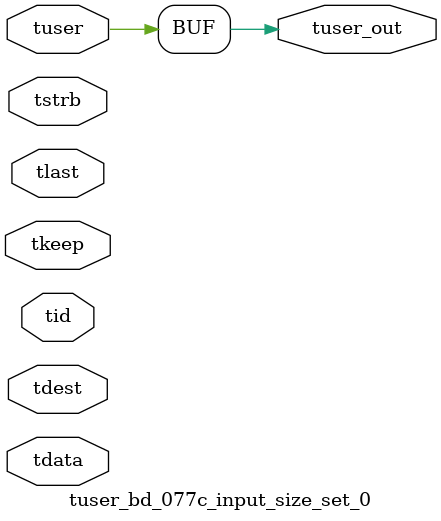
<source format=v>


`timescale 1ps/1ps

module tuser_bd_077c_input_size_set_0 #
(
parameter C_S_AXIS_TUSER_WIDTH = 1,
parameter C_S_AXIS_TDATA_WIDTH = 32,
parameter C_S_AXIS_TID_WIDTH   = 0,
parameter C_S_AXIS_TDEST_WIDTH = 0,
parameter C_M_AXIS_TUSER_WIDTH = 1
)
(
input  [(C_S_AXIS_TUSER_WIDTH == 0 ? 1 : C_S_AXIS_TUSER_WIDTH)-1:0     ] tuser,
input  [(C_S_AXIS_TDATA_WIDTH == 0 ? 1 : C_S_AXIS_TDATA_WIDTH)-1:0     ] tdata,
input  [(C_S_AXIS_TID_WIDTH   == 0 ? 1 : C_S_AXIS_TID_WIDTH)-1:0       ] tid,
input  [(C_S_AXIS_TDEST_WIDTH == 0 ? 1 : C_S_AXIS_TDEST_WIDTH)-1:0     ] tdest,
input  [(C_S_AXIS_TDATA_WIDTH/8)-1:0 ] tkeep,
input  [(C_S_AXIS_TDATA_WIDTH/8)-1:0 ] tstrb,
input                                                                    tlast,
output [C_M_AXIS_TUSER_WIDTH-1:0] tuser_out
);

assign tuser_out = {tuser[0:0]};

endmodule


</source>
